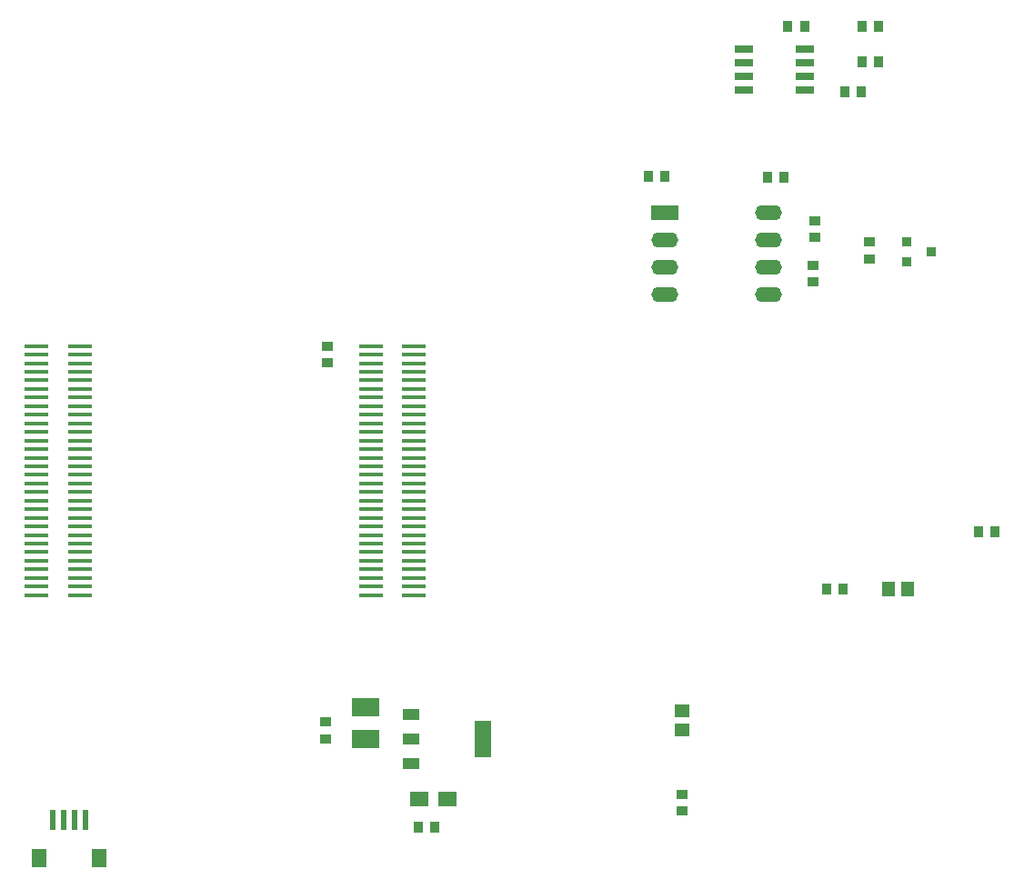
<source format=gtp>
G04*
G04 #@! TF.GenerationSoftware,Altium Limited,Altium Designer,19.0.4 (130)*
G04*
G04 Layer_Color=8421504*
%FSLAX25Y25*%
%MOIN*%
G70*
G01*
G75*
%ADD21R,0.09055X0.01181*%
%ADD22O,0.09843X0.05512*%
%ADD23R,0.09843X0.05512*%
%ADD24R,0.03661X0.03858*%
%ADD25R,0.03858X0.03661*%
%ADD26R,0.06500X0.02500*%
%ADD27R,0.10236X0.07087*%
%ADD28R,0.07087X0.05315*%
%ADD29R,0.06102X0.13583*%
%ADD30R,0.06102X0.04331*%
%ADD31R,0.06102X0.04331*%
%ADD32R,0.05787X0.04567*%
%ADD33R,0.04567X0.05787*%
%ADD34R,0.05512X0.07087*%
%ADD35R,0.02362X0.07480*%
%ADD36R,0.02362X0.07480*%
%ADD37R,0.03740X0.03543*%
%ADD38R,0.03740X0.03543*%
D21*
X222833Y230713D02*
D03*
Y227563D02*
D03*
Y224413D02*
D03*
Y221264D02*
D03*
Y218114D02*
D03*
Y214965D02*
D03*
Y211815D02*
D03*
Y208665D02*
D03*
Y205516D02*
D03*
Y202366D02*
D03*
Y199216D02*
D03*
Y196067D02*
D03*
Y192917D02*
D03*
Y189768D02*
D03*
Y186618D02*
D03*
Y183468D02*
D03*
Y180319D02*
D03*
Y177169D02*
D03*
Y174020D02*
D03*
Y170870D02*
D03*
Y167720D02*
D03*
Y164571D02*
D03*
Y161421D02*
D03*
Y158272D02*
D03*
Y155122D02*
D03*
Y151972D02*
D03*
Y148823D02*
D03*
Y145673D02*
D03*
Y142524D02*
D03*
Y139374D02*
D03*
X207085D02*
D03*
Y142524D02*
D03*
Y145673D02*
D03*
Y148823D02*
D03*
Y151972D02*
D03*
Y155122D02*
D03*
Y158272D02*
D03*
Y161421D02*
D03*
Y164571D02*
D03*
Y167720D02*
D03*
Y170870D02*
D03*
Y174020D02*
D03*
Y177169D02*
D03*
Y180319D02*
D03*
Y183468D02*
D03*
Y186618D02*
D03*
Y189768D02*
D03*
Y192917D02*
D03*
Y196067D02*
D03*
Y199216D02*
D03*
Y202366D02*
D03*
Y205516D02*
D03*
Y208665D02*
D03*
Y211815D02*
D03*
Y214965D02*
D03*
Y218114D02*
D03*
Y221264D02*
D03*
Y224413D02*
D03*
Y227563D02*
D03*
Y230713D02*
D03*
X84646Y230709D02*
D03*
Y227559D02*
D03*
Y224410D02*
D03*
Y221260D02*
D03*
Y218110D02*
D03*
Y214961D02*
D03*
Y211811D02*
D03*
Y208661D02*
D03*
Y205512D02*
D03*
Y202362D02*
D03*
Y199213D02*
D03*
Y196063D02*
D03*
Y192913D02*
D03*
Y189764D02*
D03*
Y186614D02*
D03*
Y183465D02*
D03*
Y180315D02*
D03*
Y177165D02*
D03*
Y174016D02*
D03*
Y170866D02*
D03*
Y167717D02*
D03*
Y164567D02*
D03*
Y161417D02*
D03*
Y158268D02*
D03*
Y155118D02*
D03*
Y151969D02*
D03*
Y148819D02*
D03*
Y145669D02*
D03*
Y142520D02*
D03*
Y139370D02*
D03*
X100394D02*
D03*
Y142520D02*
D03*
Y145669D02*
D03*
Y148819D02*
D03*
Y151969D02*
D03*
Y155118D02*
D03*
Y158268D02*
D03*
Y161417D02*
D03*
Y164567D02*
D03*
Y167717D02*
D03*
Y170866D02*
D03*
Y174016D02*
D03*
Y177165D02*
D03*
Y180315D02*
D03*
Y183465D02*
D03*
Y186614D02*
D03*
Y189764D02*
D03*
Y192913D02*
D03*
Y196063D02*
D03*
Y199213D02*
D03*
Y202362D02*
D03*
Y205512D02*
D03*
Y208661D02*
D03*
Y211811D02*
D03*
Y214961D02*
D03*
Y218110D02*
D03*
Y221260D02*
D03*
Y224410D02*
D03*
Y227559D02*
D03*
Y230709D02*
D03*
D22*
X352858Y249567D02*
D03*
Y259567D02*
D03*
X314858Y249567D02*
D03*
Y259567D02*
D03*
Y269567D02*
D03*
X352858Y279567D02*
D03*
Y269567D02*
D03*
D23*
X314858Y279567D02*
D03*
D24*
X380945Y324016D02*
D03*
X387008D02*
D03*
X224528Y54331D02*
D03*
X230591D02*
D03*
X359961Y348031D02*
D03*
X366024D02*
D03*
X387126Y335039D02*
D03*
X393189D02*
D03*
X308898Y292913D02*
D03*
X314961D02*
D03*
X358661Y292520D02*
D03*
X352598D02*
D03*
X374252Y141732D02*
D03*
X380315D02*
D03*
X435827Y162598D02*
D03*
X429764D02*
D03*
X387126Y348031D02*
D03*
X393189D02*
D03*
D25*
X389764Y262717D02*
D03*
Y268779D02*
D03*
X369685Y270591D02*
D03*
Y276654D02*
D03*
X369291Y254173D02*
D03*
Y260236D02*
D03*
X191339Y230594D02*
D03*
Y224532D02*
D03*
X190551Y86732D02*
D03*
Y92795D02*
D03*
X321260Y60354D02*
D03*
Y66417D02*
D03*
D26*
X343701Y339528D02*
D03*
Y334528D02*
D03*
Y329528D02*
D03*
Y324528D02*
D03*
X366142Y339528D02*
D03*
Y334528D02*
D03*
Y329528D02*
D03*
Y324528D02*
D03*
D27*
X205315Y98425D02*
D03*
Y86614D02*
D03*
D28*
X235079Y64567D02*
D03*
X224764D02*
D03*
D29*
X248327Y86614D02*
D03*
D30*
X221752Y77559D02*
D03*
Y86614D02*
D03*
D31*
Y95669D02*
D03*
D32*
X321260Y89803D02*
D03*
Y96811D02*
D03*
D33*
X403937Y141732D02*
D03*
X396929D02*
D03*
D34*
X85433Y42913D02*
D03*
X107480D02*
D03*
D35*
X90551Y57087D02*
D03*
X94488Y57086D02*
D03*
X98425D02*
D03*
D36*
X102362Y57087D02*
D03*
D37*
X403354Y269094D02*
D03*
X412606Y265354D02*
D03*
D38*
X403354Y261614D02*
D03*
M02*

</source>
